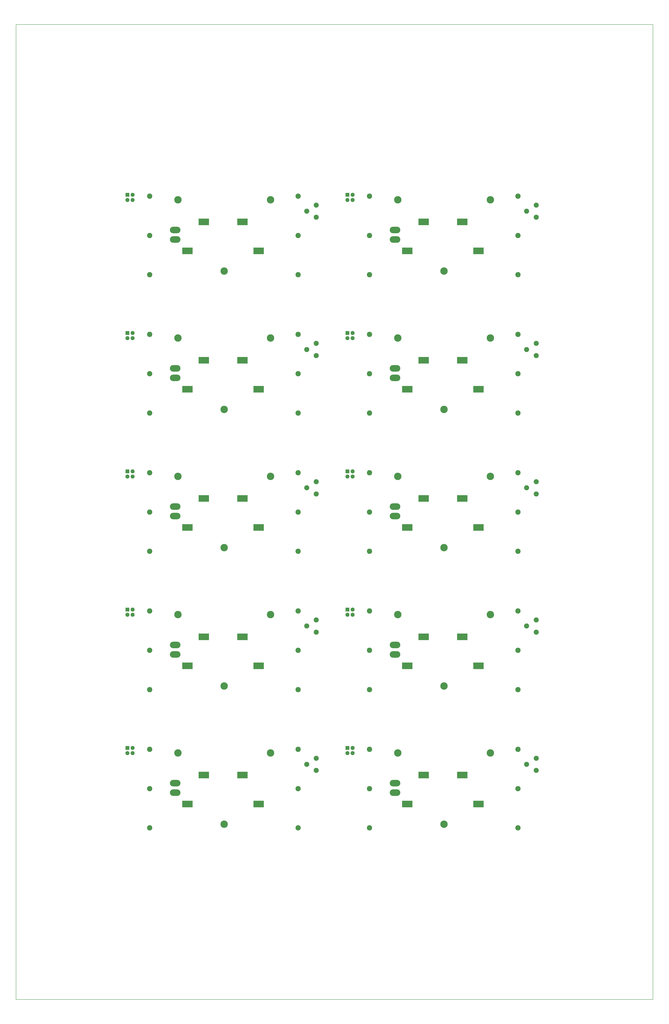
<source format=gbs>
%FSTAX23Y23*%
%MOIN*%
%SFA1B1*%

%IPPOS*%
%ADD12C,0.005000*%
%ADD14C,0.098000*%
%ADD15R,0.078000X0.078000*%
%ADD16C,0.078000*%
%ADD17C,0.102490*%
%ADD18C,0.143430*%
%ADD19C,0.143430*%
%ADD29R,0.204850X0.126110*%
%ADD30O,0.204850X0.126110*%
%LNpowerboardv1-1*%
%LPD*%
G54D14*
X05619Y04543D03*
G54D12*
X0Y0D02*
X12312D01*
Y18836*
X0*
Y0*
G54D14*
X05804Y04425D03*
Y04661D03*
G54D15*
X02154Y04861D03*
G54D16*
X02154Y04761D03*
X02254Y04861D03*
Y04761D03*
G54D17*
X02583Y04834D03*
X05453D03*
X02583Y03315D03*
X05453D03*
Y04074D03*
X02583D03*
G54D18*
X03128Y04764D03*
X04919D03*
G54D19*
X04024Y03386D03*
G54D29*
X04691Y03776D03*
X03314D03*
X03628Y04336D03*
X04377D03*
G54D30*
X03077Y03996D03*
Y04179D03*
G54D14*
X09869Y04543D03*
X10055Y04425D03*
Y04661D03*
G54D15*
X06405Y04861D03*
G54D16*
X06405Y04761D03*
X06505Y04861D03*
Y04761D03*
G54D17*
X06833Y04834D03*
X09703D03*
X06833Y03315D03*
X09703D03*
Y04074D03*
X06833D03*
G54D18*
X07378Y04764D03*
X09169D03*
G54D19*
X08274Y03386D03*
G54D29*
X08941Y03776D03*
X07564D03*
X07878Y04336D03*
X08627D03*
G54D30*
X07327Y03996D03*
Y04179D03*
G54D14*
X05619Y07215D03*
X05804Y07097D03*
Y07333D03*
G54D15*
X02154Y07533D03*
G54D16*
X02154Y07433D03*
X02254Y07533D03*
Y07433D03*
G54D17*
X02583Y07506D03*
X05453D03*
X02583Y05987D03*
X05453D03*
Y06746D03*
X02583D03*
G54D18*
X03128Y07436D03*
X04919D03*
G54D19*
X04024Y06058D03*
G54D29*
X04691Y06448D03*
X03314D03*
X03628Y07008D03*
X04377D03*
G54D30*
X03077Y06668D03*
Y06851D03*
G54D14*
X09869Y07215D03*
X10055Y07097D03*
Y07333D03*
G54D15*
X06405Y07533D03*
G54D16*
X06405Y07433D03*
X06505Y07533D03*
Y07433D03*
G54D17*
X06833Y07506D03*
X09703D03*
X06833Y05987D03*
X09703D03*
Y06746D03*
X06833D03*
G54D18*
X07378Y07436D03*
X09169D03*
G54D19*
X08274Y06058D03*
G54D29*
X08941Y06448D03*
X07564D03*
X07878Y07008D03*
X08627D03*
G54D30*
X07327Y06668D03*
Y06851D03*
G54D14*
X05619Y09886D03*
X05804Y09768D03*
Y10004D03*
G54D15*
X02154Y10204D03*
G54D16*
X02154Y10104D03*
X02254Y10204D03*
Y10104D03*
G54D17*
X02583Y10177D03*
X05453D03*
X02583Y08659D03*
X05453D03*
Y09418D03*
X02583D03*
G54D18*
X03128Y10107D03*
X04919D03*
G54D19*
X04024Y0873D03*
G54D29*
X04691Y0912D03*
X03314D03*
X03628Y09679D03*
X04377D03*
G54D30*
X03077Y0934D03*
Y09522D03*
G54D14*
X09869Y09886D03*
X10055Y09768D03*
Y10004D03*
G54D15*
X06405Y10204D03*
G54D16*
X06405Y10104D03*
X06505Y10204D03*
Y10104D03*
G54D17*
X06833Y10177D03*
X09703D03*
X06833Y08659D03*
X09703D03*
Y09418D03*
X06833D03*
G54D18*
X07378Y10107D03*
X09169D03*
G54D19*
X08274Y0873D03*
G54D29*
X08941Y0912D03*
X07564D03*
X07878Y09679D03*
X08627D03*
G54D30*
X07327Y0934D03*
Y09522D03*
G54D14*
X05619Y12558D03*
X05804Y1244D03*
Y12676D03*
G54D15*
X02154Y12876D03*
G54D16*
X02154Y12776D03*
X02254Y12876D03*
Y12776D03*
G54D17*
X02583Y12849D03*
X05453D03*
X02583Y1133D03*
X05453D03*
Y12089D03*
X02583D03*
G54D18*
X03128Y12779D03*
X04919D03*
G54D19*
X04024Y11401D03*
G54D29*
X04691Y11791D03*
X03314D03*
X03628Y12351D03*
X04377D03*
G54D30*
X03077Y12011D03*
Y12194D03*
G54D14*
X09869Y12558D03*
X10055Y1244D03*
Y12676D03*
G54D15*
X06405Y12876D03*
G54D16*
X06405Y12776D03*
X06505Y12876D03*
Y12776D03*
G54D17*
X06833Y12849D03*
X09703D03*
X06833Y1133D03*
X09703D03*
Y12089D03*
X06833D03*
G54D18*
X07378Y12779D03*
X09169D03*
G54D19*
X08274Y11401D03*
G54D29*
X08941Y11791D03*
X07564D03*
X07878Y12351D03*
X08627D03*
G54D30*
X07327Y12011D03*
Y12194D03*
G54D14*
X05619Y1523D03*
X05804Y15112D03*
Y15348D03*
G54D15*
X02154Y15548D03*
G54D16*
X02154Y15448D03*
X02254Y15548D03*
Y15448D03*
G54D17*
X02583Y15521D03*
X05453D03*
X02583Y14002D03*
X05453D03*
Y14761D03*
X02583D03*
G54D18*
X03128Y15451D03*
X04919D03*
G54D19*
X04024Y14073D03*
G54D29*
X04691Y14463D03*
X03314D03*
X03628Y15023D03*
X04377D03*
G54D30*
X03077Y14683D03*
Y14866D03*
G54D14*
X09869Y1523D03*
X10055Y15112D03*
Y15348D03*
G54D15*
X06405Y15548D03*
G54D16*
X06405Y15448D03*
X06505Y15548D03*
Y15448D03*
G54D17*
X06833Y15521D03*
X09703D03*
X06833Y14002D03*
X09703D03*
Y14761D03*
X06833D03*
G54D18*
X07378Y15451D03*
X09169D03*
G54D19*
X08274Y14073D03*
G54D29*
X08941Y14463D03*
X07564D03*
X07878Y15023D03*
X08627D03*
G54D30*
X07327Y14683D03*
Y14866D03*
M02*
</source>
